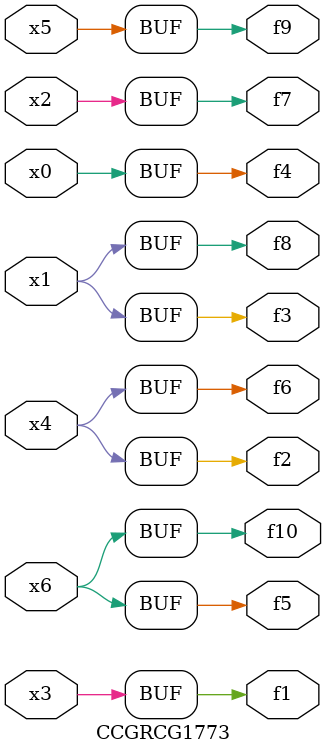
<source format=v>
module CCGRCG1773(
	input x0, x1, x2, x3, x4, x5, x6,
	output f1, f2, f3, f4, f5, f6, f7, f8, f9, f10
);
	assign f1 = x3;
	assign f2 = x4;
	assign f3 = x1;
	assign f4 = x0;
	assign f5 = x6;
	assign f6 = x4;
	assign f7 = x2;
	assign f8 = x1;
	assign f9 = x5;
	assign f10 = x6;
endmodule

</source>
